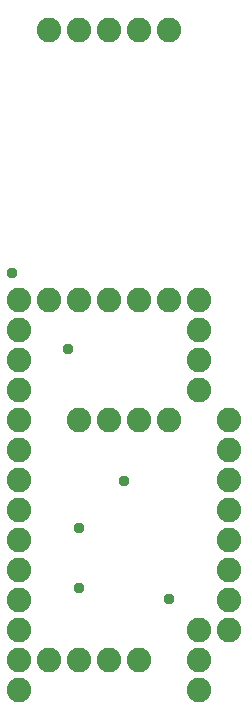
<source format=gbs>
G75*
%MOIN*%
%OFA0B0*%
%FSLAX25Y25*%
%IPPOS*%
%LPD*%
%AMOC8*
5,1,8,0,0,1.08239X$1,22.5*
%
%ADD10C,0.08200*%
%ADD11C,0.03778*%
D10*
X0095299Y0117728D03*
X0095299Y0127728D03*
X0105299Y0127728D03*
X0095299Y0137728D03*
X0095299Y0147728D03*
X0095299Y0157728D03*
X0095299Y0167728D03*
X0095299Y0177728D03*
X0095299Y0187728D03*
X0095299Y0197728D03*
X0095299Y0207728D03*
X0095299Y0217728D03*
X0095299Y0227728D03*
X0095299Y0237728D03*
X0095299Y0247728D03*
X0105299Y0247728D03*
X0115299Y0247728D03*
X0125299Y0247728D03*
X0135299Y0247728D03*
X0145299Y0247728D03*
X0155299Y0247728D03*
X0155299Y0237728D03*
X0155299Y0227728D03*
X0155299Y0217728D03*
X0145299Y0207728D03*
X0135299Y0207728D03*
X0125299Y0207728D03*
X0115299Y0207728D03*
X0165299Y0207728D03*
X0165299Y0197728D03*
X0165299Y0187728D03*
X0165299Y0177728D03*
X0165299Y0167728D03*
X0165299Y0157728D03*
X0165299Y0147728D03*
X0165299Y0137728D03*
X0155299Y0137728D03*
X0155299Y0127728D03*
X0155299Y0117728D03*
X0135299Y0127728D03*
X0125299Y0127728D03*
X0115299Y0127728D03*
X0115299Y0337728D03*
X0125299Y0337728D03*
X0135299Y0337728D03*
X0145299Y0337728D03*
X0105299Y0337728D03*
D11*
X0092799Y0256728D03*
X0111549Y0231103D03*
X0130299Y0187353D03*
X0115299Y0171728D03*
X0115299Y0151728D03*
X0145299Y0147978D03*
M02*

</source>
